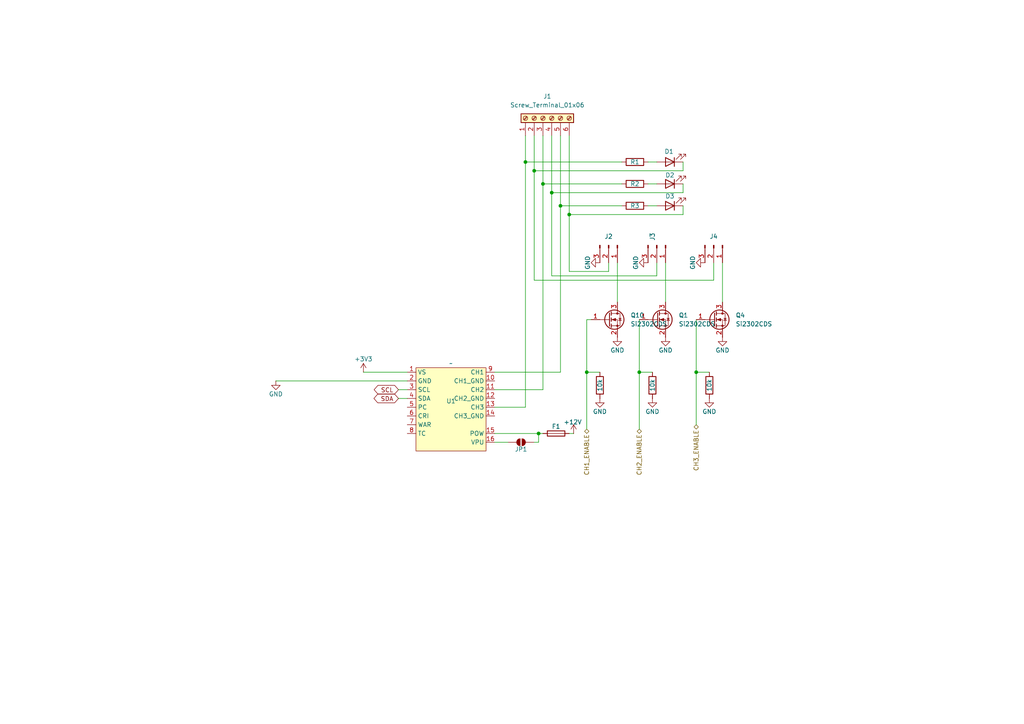
<source format=kicad_sch>
(kicad_sch (version 20250114) (generator "eeschema") (generator_version "9.0")
  (paper "A4")
  (lib_symbols
    (symbol "Connector:Conn_01x03_Pin" (pin_names (offset 1.016) (hide yes))
      (property "Reference" "J" (at 0 5.08 0))
      (property "Value" "Conn_01x03_Pin" (at 0 -5.08 0))
      (symbol "Conn_01x03_Pin_1_1"
        (rectangle (start 0.8636 2.667) (end 0 2.413) (stroke (width 0.1524)) (fill (type outline)))
        (rectangle (start 0.8636 0.127) (end 0 -0.127) (stroke (width 0.1524)) (fill (type outline)))
        (rectangle (start 0.8636 -2.413) (end 0 -2.667) (stroke (width 0.1524)) (fill (type outline)))
        (polyline (pts (xy 1.27 2.54) (xy 0.8636 2.54)) (stroke (width 0.1524)))
        (polyline (pts (xy 1.27 0) (xy 0.8636 0)) (stroke (width 0.1524)))
        (polyline (pts (xy 1.27 -2.54) (xy 0.8636 -2.54)) (stroke (width 0.1524)))
        (pin passive line (at 5.08 2.54 180) (length 3.81) (name "Pin_1") (number "1"))
        (pin passive line (at 5.08 0 180) (length 3.81) (name "Pin_2") (number "2"))
        (pin passive line (at 5.08 -2.54 180) (length 3.81) (name "Pin_3") (number "3"))
      )
    )
    (symbol "Connector:Screw_Terminal_01x06" (pin_names (offset 1.016) (hide yes))
      (property "Reference" "J" (at 0 7.62 0))
      (property "Value" "Screw_Terminal_01x06" (at 0 -10.16 0))
      (symbol "Screw_Terminal_01x06_1_1"
        (rectangle (start -1.27 6.35) (end 1.27 -8.89) (stroke (width 0.254)) (fill (type background)))
        (polyline (pts (xy -0.5334 5.4102) (xy 0.3302 4.572)) (stroke (width 0.1524)))
        (polyline (pts (xy -0.5334 2.8702) (xy 0.3302 2.032)) (stroke (width 0.1524)))
        (polyline (pts (xy -0.5334 0.3302) (xy 0.3302 -0.508)) (stroke (width 0.1524)))
        (polyline (pts (xy -0.5334 -2.2098) (xy 0.3302 -3.048)) (stroke (width 0.1524)))
        (polyline (pts (xy -0.5334 -4.7498) (xy 0.3302 -5.588)) (stroke (width 0.1524)))
        (polyline (pts (xy -0.5334 -7.2898) (xy 0.3302 -8.128)) (stroke (width 0.1524)))
        (polyline (pts (xy -0.3556 5.588) (xy 0.508 4.7498)) (stroke (width 0.1524)))
        (polyline (pts (xy -0.3556 3.048) (xy 0.508 2.2098)) (stroke (width 0.1524)))
        (polyline (pts (xy -0.3556 0.508) (xy 0.508 -0.3302)) (stroke (width 0.1524)))
        (polyline (pts (xy -0.3556 -2.032) (xy 0.508 -2.8702)) (stroke (width 0.1524)))
        (polyline (pts (xy -0.3556 -4.572) (xy 0.508 -5.4102)) (stroke (width 0.1524)))
        (polyline (pts (xy -0.3556 -7.112) (xy 0.508 -7.9502)) (stroke (width 0.1524)))
        (circle (center 0 5.08) (radius 0.635) (stroke (width 0.1524)))
        (circle (center 0 2.54) (radius 0.635) (stroke (width 0.1524)))
        (circle (center 0 0) (radius 0.635) (stroke (width 0.1524)))
        (circle (center 0 -2.54) (radius 0.635) (stroke (width 0.1524)))
        (circle (center 0 -5.08) (radius 0.635) (stroke (width 0.1524)))
        (circle (center 0 -7.62) (radius 0.635) (stroke (width 0.1524)))
        (pin passive line (at -5.08 5.08 0) (length 3.81) (name "Pin_1") (number "1"))
        (pin passive line (at -5.08 2.54 0) (length 3.81) (name "Pin_2") (number "2"))
        (pin passive line (at -5.08 0 0) (length 3.81) (name "Pin_3") (number "3"))
        (pin passive line (at -5.08 -2.54 0) (length 3.81) (name "Pin_4") (number "4"))
        (pin passive line (at -5.08 -5.08 0) (length 3.81) (name "Pin_5") (number "5"))
        (pin passive line (at -5.08 -7.62 0) (length 3.81) (name "Pin_6") (number "6"))
      )
    )
    (symbol "Device:Fuse" (pin_numbers (hide yes)) (pin_names (offset 0))
      (property "Reference" "F" (at 2.032 0 90))
      (property "Value" "Fuse" (at -1.905 0 90))
      (symbol "Fuse_0_1"
        (rectangle (start -0.762 -2.54) (end 0.762 2.54) (stroke (width 0.254)))
        (polyline (pts (xy 0 2.54) (xy 0 -2.54)))
      )
      (symbol "Fuse_1_1"
        (pin passive line (at 0 3.81 270) (length 1.27) (name "~") (number "1"))
        (pin passive line (at 0 -3.81 90) (length 1.27) (name "~") (number "2"))
      )
    )
    (symbol "Device:LED" (pin_numbers (hide yes)) (pin_names (offset 1.016) (hide yes))
      (property "Reference" "D" (at 0 2.54 0))
      (property "Value" "LED" (at 0 -2.54 0))
      (symbol "LED_0_1"
        (polyline (pts (xy -3.048 -0.762) (xy -4.572 -2.286) (xy -3.81 -2.286) (xy -4.572 -2.286) (xy -4.572 -1.524)))
        (polyline (pts (xy -1.778 -0.762) (xy -3.302 -2.286) (xy -2.54 -2.286) (xy -3.302 -2.286) (xy -3.302 -1.524)))
        (polyline (pts (xy -1.27 0) (xy 1.27 0)))
        (polyline (pts (xy -1.27 -1.27) (xy -1.27 1.27)) (stroke (width 0.254)))
        (polyline (pts (xy 1.27 -1.27) (xy 1.27 1.27) (xy -1.27 0) (xy 1.27 -1.27)) (stroke (width 0.254)))
      )
      (symbol "LED_1_1"
        (pin passive line (at -3.81 0 0) (length 2.54) (name "K") (number "1"))
        (pin passive line (at 3.81 0 180) (length 2.54) (name "A") (number "2"))
      )
    )
    (symbol "Device:R" (pin_numbers (hide yes)) (pin_names (offset 0))
      (property "Reference" "R" (at 2.032 0 90))
      (property "Value" "R" (at 0 0 90))
      (symbol "R_0_1"
        (rectangle (start -1.016 -2.54) (end 1.016 2.54) (stroke (width 0.254)))
      )
      (symbol "R_1_1"
        (pin passive line (at 0 3.81 270) (length 1.27) (name "~") (number "1"))
        (pin passive line (at 0 -3.81 90) (length 1.27) (name "~") (number "2"))
      )
    )
    (symbol "Jumper:SolderJumper_2_Open" (pin_numbers (hide yes)) (pin_names (offset 0) (hide yes)) (in_bom no)
      (property "Reference" "JP" (at 0 2.032 0))
      (property "Value" "SolderJumper_2_Open" (at 0 -2.54 0))
      (symbol "SolderJumper_2_Open_0_1"
        (polyline (pts (xy -0.254 1.016) (xy -0.254 -1.016)))
        (arc (start -0.254 -1.016) (mid -1.2656 0) (end -0.254 1.016))
        (arc (start -0.254 -1.016) (mid -1.2656 0) (end -0.254 1.016) (fill (type outline)))
        (arc (start 0.254 1.016) (mid 1.2656 0) (end 0.254 -1.016))
        (arc (start 0.254 1.016) (mid 1.2656 0) (end 0.254 -1.016) (fill (type outline)))
        (polyline (pts (xy 0.254 1.016) (xy 0.254 -1.016)))
      )
      (symbol "SolderJumper_2_Open_1_1"
        (pin passive line (at -3.81 0 0) (length 2.54) (name "A") (number "1"))
        (pin passive line (at 3.81 0 180) (length 2.54) (name "B") (number "2"))
      )
    )
    (symbol "Transistor_FET:BSS138" (pin_names (offset 0) (hide yes))
      (property "Reference" "Q" (at 5.08 1.905 0))
      (property "Value" "BSS138" (at 5.08 0 0))
      (symbol "BSS138_0_1"
        (polyline (pts (xy 0.254 1.905) (xy 0.254 -1.905)) (stroke (width 0.254)))
        (polyline (pts (xy 0.254 0) (xy -2.54 0)))
        (polyline (pts (xy 0.762 2.286) (xy 0.762 1.27)) (stroke (width 0.254)))
        (polyline (pts (xy 0.762 0.508) (xy 0.762 -0.508)) (stroke (width 0.254)))
        (polyline (pts (xy 0.762 -1.27) (xy 0.762 -2.286)) (stroke (width 0.254)))
        (polyline (pts (xy 0.762 -1.778) (xy 3.302 -1.778) (xy 3.302 1.778) (xy 0.762 1.778)))
        (polyline (pts (xy 1.016 0) (xy 2.032 0.381) (xy 2.032 -0.381) (xy 1.016 0)) (fill (type outline)))
        (circle (center 1.651 0) (radius 2.794) (stroke (width 0.254)))
        (polyline (pts (xy 2.54 2.54) (xy 2.54 1.778)))
        (circle (center 2.54 1.778) (radius 0.254) (fill (type outline)))
        (circle (center 2.54 -1.778) (radius 0.254) (fill (type outline)))
        (polyline (pts (xy 2.54 -2.54) (xy 2.54 0) (xy 0.762 0)))
        (polyline (pts (xy 2.921 0.381) (xy 3.683 0.381)))
        (polyline (pts (xy 3.302 0.381) (xy 2.921 -0.254) (xy 3.683 -0.254) (xy 3.302 0.381)))
      )
      (symbol "BSS138_1_1"
        (pin input line (at -5.08 0 0) (length 2.54) (name "G") (number "1"))
        (pin passive line (at 2.54 5.08 270) (length 2.54) (name "D") (number "3"))
        (pin passive line (at 2.54 -5.08 90) (length 2.54) (name "S") (number "2"))
      )
    )
    (symbol "custom_symbols:INA3221_Module"
      (property "Reference" "U1" (at 0 -4.064 0))
      (symbol "INA3221_Module_1_1"
        (rectangle (start -10.16 15.24) (end 10.16 -8.89) (fill (type background)))
        (pin input line (at -12.7 13.97 0) (length 2.54) (name "VS") (number "1"))
        (pin input line (at -12.7 11.43 0) (length 2.54) (name "GND") (number "2"))
        (pin bidirectional line (at -12.7 8.89 0) (length 2.54) (name "SCL") (number "3"))
        (pin bidirectional line (at -12.7 6.35 0) (length 2.54) (name "SDA") (number "4"))
        (pin output line (at -12.7 3.81 0) (length 2.54) (name "PC") (number "5"))
        (pin output line (at -12.7 1.27 0) (length 2.54) (name "CRI") (number "6"))
        (pin output line (at -12.7 -1.27 0) (length 2.54) (name "WAR") (number "7"))
        (pin output line (at -12.7 -3.81 0) (length 2.54) (name "TC") (number "8"))
        (pin output line (at 12.7 13.97 180) (length 2.54) (name "CH1") (number "9"))
        (pin output line (at 12.7 11.43 180) (length 2.54) (name "CH1_GND") (number "10"))
        (pin output line (at 12.7 8.89 180) (length 2.54) (name "CH2") (number "11"))
        (pin output line (at 12.7 6.35 180) (length 2.54) (name "CH2_GND") (number "12"))
        (pin output line (at 12.7 3.81 180) (length 2.54) (name "CH3") (number "13"))
        (pin output line (at 12.7 1.27 180) (length 2.54) (name "CH3_GND") (number "14"))
        (pin input line (at 12.7 -3.81 180) (length 2.54) (name "POW") (number "15"))
        (pin input line (at 12.7 -6.35 180) (length 2.54) (name "VPU") (number "16"))
      )
    )
    (symbol "power:+12V" (power) (pin_numbers (hide yes)) (pin_names (offset 0) (hide yes))
      (property "Value" "+12V" (at 0 3.556 0))
      (symbol "+12V_0_1"
        (polyline (pts (xy -0.762 1.27) (xy 0 2.54)))
        (polyline (pts (xy 0 2.54) (xy 0.762 1.27)))
        (polyline (pts (xy 0 0) (xy 0 2.54)))
      )
      (symbol "+12V_1_1"
        (pin power_in line (at 0 0 90) (length 0) (name "~") (number "1"))
      )
    )
    (symbol "power:+3V3" (power) (pin_numbers (hide yes)) (pin_names (offset 0) (hide yes))
      (property "Value" "+3V3" (at 0 3.556 0))
      (symbol "+3V3_0_1"
        (polyline (pts (xy -0.762 1.27) (xy 0 2.54)))
        (polyline (pts (xy 0 2.54) (xy 0.762 1.27)))
        (polyline (pts (xy 0 0) (xy 0 2.54)))
      )
      (symbol "+3V3_1_1"
        (pin power_in line (at 0 0 90) (length 0) (name "~") (number "1"))
      )
    )
    (symbol "power:GND" (power) (pin_numbers (hide yes)) (pin_names (offset 0) (hide yes))
      (property "Value" "GND" (at 0 -3.81 0))
      (symbol "GND_0_1"
        (polyline (pts (xy 0 0) (xy 0 -1.27) (xy 1.27 -1.27) (xy 0 -2.54) (xy -1.27 -1.27) (xy 0 -1.27)))
      )
      (symbol "GND_1_1"
        (pin power_in line (at 0 0 270) (length 0) (name "~") (number "1"))
      )
    )
  )
  (junction (at 170.18 107.95))
  (junction (at 154.94 49.53))
  (junction (at 152.4 46.99))
  (junction (at 185.42 107.95))
  (junction (at 201.93 107.95))
  (junction (at 156.21 125.73))
  (junction (at 157.48 53.34))
  (junction (at 162.56 59.69))
  (junction (at 160.02 55.88))
  (junction (at 165.1 62.23))
  (wire (pts (xy 190.5 76.2) (xy 190.5 80.01)))
  (wire (pts (xy 187.96 53.34) (xy 190.5 53.34)))
  (wire (pts (xy 190.5 80.01) (xy 160.02 80.01)))
  (wire (pts (xy 143.51 125.73) (xy 156.21 125.73)))
  (wire (pts (xy 115.57 113.03) (xy 118.11 113.03)))
  (wire (pts (xy 143.51 107.95) (xy 162.56 107.95)))
  (wire (pts (xy 185.42 92.71) (xy 185.42 107.95)))
  (wire (pts (xy 170.18 107.95) (xy 170.18 92.71)))
  (wire (pts (xy 193.04 76.2) (xy 193.04 87.63)))
  (wire (pts (xy 166.37 125.73) (xy 165.1 125.73)))
  (wire (pts (xy 170.18 92.71) (xy 171.45 92.71)))
  (wire (pts (xy 154.94 39.37) (xy 154.94 49.53)))
  (wire (pts (xy 201.93 92.71) (xy 201.93 107.95)))
  (wire (pts (xy 152.4 46.99) (xy 180.34 46.99)))
  (wire (pts (xy 201.93 107.95) (xy 205.74 107.95)))
  (wire (pts (xy 187.96 59.69) (xy 190.5 59.69)))
  (wire (pts (xy 198.12 46.99) (xy 198.12 49.53)))
  (wire (pts (xy 185.42 107.95) (xy 185.42 124.46)))
  (wire (pts (xy 162.56 59.69) (xy 162.56 107.95)))
  (wire (pts (xy 165.1 62.23) (xy 165.1 78.74)))
  (wire (pts (xy 156.21 125.73) (xy 157.48 125.73)))
  (wire (pts (xy 105.41 107.95) (xy 118.11 107.95)))
  (wire (pts (xy 143.51 113.03) (xy 157.48 113.03)))
  (wire (pts (xy 154.94 49.53) (xy 198.12 49.53)))
  (wire (pts (xy 185.42 107.95) (xy 189.23 107.95)))
  (wire (pts (xy 152.4 118.11) (xy 143.51 118.11)))
  (wire (pts (xy 179.07 76.2) (xy 179.07 87.63)))
  (wire (pts (xy 160.02 55.88) (xy 160.02 39.37)))
  (wire (pts (xy 170.18 124.46) (xy 170.18 107.95)))
  (wire (pts (xy 152.4 46.99) (xy 152.4 118.11)))
  (wire (pts (xy 187.96 46.99) (xy 190.5 46.99)))
  (wire (pts (xy 162.56 39.37) (xy 162.56 59.69)))
  (wire (pts (xy 162.56 59.69) (xy 180.34 59.69)))
  (wire (pts (xy 207.01 81.28) (xy 154.94 81.28)))
  (wire (pts (xy 201.93 107.95) (xy 201.93 123.19)))
  (wire (pts (xy 157.48 53.34) (xy 180.34 53.34)))
  (wire (pts (xy 198.12 62.23) (xy 165.1 62.23)))
  (wire (pts (xy 198.12 55.88) (xy 160.02 55.88)))
  (wire (pts (xy 157.48 39.37) (xy 157.48 53.34)))
  (wire (pts (xy 154.94 49.53) (xy 154.94 81.28)))
  (wire (pts (xy 160.02 80.01) (xy 160.02 55.88)))
  (wire (pts (xy 198.12 53.34) (xy 198.12 55.88)))
  (wire (pts (xy 143.51 128.27) (xy 147.32 128.27)))
  (wire (pts (xy 176.53 78.74) (xy 165.1 78.74)))
  (wire (pts (xy 170.18 107.95) (xy 173.99 107.95)))
  (wire (pts (xy 176.53 76.2) (xy 176.53 78.74)))
  (wire (pts (xy 115.57 115.57) (xy 118.11 115.57)))
  (wire (pts (xy 157.48 53.34) (xy 157.48 113.03)))
  (wire (pts (xy 207.01 76.2) (xy 207.01 81.28)))
  (wire (pts (xy 154.94 128.27) (xy 156.21 128.27)))
  (wire (pts (xy 165.1 39.37) (xy 165.1 62.23)))
  (wire (pts (xy 152.4 39.37) (xy 152.4 46.99)))
  (wire (pts (xy 198.12 59.69) (xy 198.12 62.23)))
  (wire (pts (xy 156.21 128.27) (xy 156.21 125.73)))
  (wire (pts (xy 209.55 76.2) (xy 209.55 87.63)))
  (wire (pts (xy 80.01 110.49) (xy 118.11 110.49)))
  (global_label "SCL" (shape bidirectional) (at 115.57 113.03 180) (property "Intersheetrefs" "${INTERSHEET_REFS}" (effects (hide yes))))
  (global_label "SDA" (shape bidirectional) (at 115.57 115.57 180) (property "Intersheetrefs" "${INTERSHEET_REFS}" (effects (hide yes))))
  (hierarchical_label "CH3_ENABLE" (shape bidirectional) (at 201.93 123.19 270))
  (hierarchical_label "CH2_ENABLE" (shape bidirectional) (at 185.42 124.46 270))
  (hierarchical_label "CH1_ENABLE" (shape bidirectional) (at 170.18 124.46 270))
  (symbol (lib_id "power:GND") (at 173.99 76.2 270) (unit 1)
    (property "Reference" "#PWR08" (effects (hide yes)))
    (property "Value" "GND" (at 170.434 76.2 0))
    (property "Description" "Power symbol creates a global label with name \"GND\" , ground" (effects (hide yes)))
    (instances (project "PowerMon" (path "" (reference "#PWR08") (unit 1)) (path "" (reference "#PWR022") (unit 1)) (path "" (reference "#PWR013") (unit 1))))
  )
  (symbol (lib_id "power:GND") (at 179.07 97.79 0) (unit 1)
    (property "Reference" "#PWR04" (effects (hide yes)))
    (property "Value" "GND" (at 179.07 101.6 0))
    (property "Description" "Power symbol creates a global label with name \"GND\" , ground" (effects (hide yes)))
    (instances (project "PowerMon" (path "" (reference "#PWR04") (unit 1)) (path "" (reference "#PWR023") (unit 1)) (path "" (reference "#PWR014") (unit 1))))
  )
  (symbol (lib_id "custom_symbols:INA3221_Module") (at 130.81 121.92 0) (unit 1)
    (property "Reference" "U1" (at 130.81 116.332 0))
    (property "Value" "~" (at 130.81 105.41 0))
    (property "Footprint" "custom_footprints:INA3221_Module" (effects (hide yes)))
    (instances (project "PowerMon" (path "" (reference "U1") (unit 1)) (path "" (reference "U3") (unit 1)) (path "" (reference "U2") (unit 1))))
  )
  (symbol (lib_id "power:GND") (at 187.96 76.2 270) (unit 1)
    (property "Reference" "#PWR09" (effects (hide yes)))
    (property "Value" "GND" (at 184.404 76.2 0))
    (property "Description" "Power symbol creates a global label with name \"GND\" , ground" (effects (hide yes)))
    (instances (project "PowerMon" (path "" (reference "#PWR09") (unit 1)) (path "" (reference "#PWR024") (unit 1)) (path "" (reference "#PWR015") (unit 1))))
  )
  (symbol (lib_id "Device:R") (at 184.15 59.69 90) (unit 1)
    (property "Reference" "R3" (at 184.15 59.69 90))
    (property "Value" "R" (effects (hide yes)))
    (property "Footprint" "Resistor_SMD:R_0805_2012Metric_Pad1.20x1.40mm_HandSolder" (effects (hide yes)))
    (property "Description" "Resistor" (effects (hide yes)))
    (instances (project "PowerMon" (path "" (reference "R3") (unit 1)) (path "" (reference "R9") (unit 1)) (path "" (reference "R6") (unit 1))))
  )
  (symbol (lib_id "power:+12V") (at 166.37 125.73 0) (unit 1)
    (property "Reference" "#PWR0101" (effects (hide yes)))
    (property "Value" "+12V" (at 166.116 122.428 0))
    (property "Description" "Power symbol creates a global label with name \"+12V\"" (effects (hide yes)))
    (instances (project "PowerMon" (path "" (reference "#PWR0101") (unit 1)) (path "" (reference "#PWR0103") (unit 1)) (path "" (reference "#PWR0102") (unit 1))))
  )
  (symbol (lib_id "power:GND") (at 209.55 97.79 0) (unit 1)
    (property "Reference" "#PWR06" (effects (hide yes)))
    (property "Value" "GND" (at 209.55 101.6 0))
    (property "Description" "Power symbol creates a global label with name \"GND\" , ground" (effects (hide yes)))
    (instances (project "PowerMon" (path "" (reference "#PWR06") (unit 1)) (path "" (reference "#PWR027") (unit 1)) (path "" (reference "#PWR018") (unit 1))))
  )
  (symbol (lib_id "Device:R") (at 173.99 111.76 180) (unit 1)
    (property "Reference" "R13" (effects (hide yes)))
    (property "Value" "10k" (at 173.99 111.76 90))
    (property "Footprint" "Resistor_SMD:R_0805_2012Metric_Pad1.20x1.40mm_HandSolder" (effects (hide yes)))
    (property "Description" "Resistor" (effects (hide yes)))
    (instances (project "PowerMon" (path "" (reference "R13") (unit 1)) (path "" (reference "R15") (unit 1)) (path "" (reference "R14") (unit 1))))
  )
  (symbol (lib_id "Device:LED") (at 194.31 59.69 180) (unit 1)
    (property "Reference" "D3" (at 194.31 56.896 0))
    (property "Value" "LED" (effects (hide yes)))
    (property "Footprint" "LED_THT:LED_D3.0mm" (effects (hide yes)))
    (property "Description" "Light emitting diode" (effects (hide yes)))
    (property "Sim.Pins" "1=K 2=A" (effects (hide yes)))
    (instances (project "PowerMon" (path "" (reference "D3") (unit 1)) (path "" (reference "D9") (unit 1)) (path "" (reference "D6") (unit 1))))
  )
  (symbol (lib_id "Transistor_FET:BSS138") (at 176.53 92.71 0) (unit 1)
    (property "Reference" "Q10" (at 182.88 91.4399 0) (effects (justify left)))
    (property "Value" "Si2302CDS" (at 182.88 93.9799 0) (effects (justify left)))
    (property "Footprint" "Package_TO_SOT_SMD:SOT-23" (effects (hide yes)))
    (property "Datasheet" "https://www.onsemi.com/pub/Collateral/BSS138-D.PDF" (effects (hide yes)))
    (property "Description" "50V Vds, 0.22A Id, N-Channel MOSFET, SOT-23" (effects (hide yes)))
    (instances (project "" (path "" (reference "Q10") (unit 1)) (path "" (reference "Q12") (unit 1)) (path "" (reference "Q11") (unit 1))))
  )
  (symbol (lib_id "Transistor_FET:BSS138") (at 207.01 92.71 0) (unit 1)
    (property "Reference" "Q4" (at 213.36 91.4399 0) (effects (justify left)))
    (property "Value" "Si2302CDS" (at 213.36 93.9799 0) (effects (justify left)))
    (property "Footprint" "Package_TO_SOT_SMD:SOT-23" (effects (hide yes)))
    (property "Datasheet" "https://www.onsemi.com/pub/Collateral/BSS138-D.PDF" (effects (hide yes)))
    (property "Description" "50V Vds, 0.22A Id, N-Channel MOSFET, SOT-23" (effects (hide yes)))
    (instances (project "PowerMon" (path "" (reference "Q4") (unit 1)) (path "" (reference "Q6") (unit 1)) (path "" (reference "Q5") (unit 1))))
  )
  (symbol (lib_id "power:GND") (at 173.99 115.57 0) (unit 1)
    (property "Reference" "#PWR044" (effects (hide yes)))
    (property "Value" "GND" (at 173.99 119.38 0))
    (property "Description" "Power symbol creates a global label with name \"GND\" , ground" (effects (hide yes)))
    (instances (project "" (path "" (reference "#PWR044") (unit 1)) (path "" (reference "#PWR046") (unit 1)) (path "" (reference "#PWR045") (unit 1))))
  )
  (symbol (lib_id "Device:Fuse") (at 161.29 125.73 90) (unit 1)
    (property "Reference" "F1" (at 161.29 123.698 90))
    (property "Value" "Fuse" (effects (hide yes)))
    (property "Footprint" "custom_footprints:Fuse Holder 15mm pin distance 5x20" (effects (hide yes)))
    (property "Description" "Fuse" (effects (hide yes)))
    (instances (project "" (path "" (reference "F1") (unit 1)) (path "" (reference "F3") (unit 1)) (path "" (reference "F2") (unit 1))))
  )
  (symbol (lib_id "power:GND") (at 189.23 115.57 0) (unit 1)
    (property "Reference" "#PWR048" (effects (hide yes)))
    (property "Value" "GND" (at 189.23 119.38 0))
    (property "Description" "Power symbol creates a global label with name \"GND\" , ground" (effects (hide yes)))
    (instances (project "PowerMon" (path "" (reference "#PWR048") (unit 1)) (path "" (reference "#PWR050") (unit 1)) (path "" (reference "#PWR049") (unit 1))))
  )
  (symbol (lib_id "Device:R") (at 184.15 46.99 90) (unit 1)
    (property "Reference" "R1" (at 184.15 46.99 90))
    (property "Value" "R" (effects (hide yes)))
    (property "Footprint" "Resistor_SMD:R_0805_2012Metric_Pad1.20x1.40mm_HandSolder" (effects (hide yes)))
    (property "Description" "Resistor" (effects (hide yes)))
    (instances (project "PowerMon" (path "" (reference "R1") (unit 1)) (path "" (reference "R7") (unit 1)) (path "" (reference "R4") (unit 1))))
  )
  (symbol (lib_id "Connector:Conn_01x03_Pin") (at 190.5 71.12 270) (unit 1)
    (property "Reference" "J3" (at 189.2299 69.85 0) (effects (justify right)))
    (property "Value" "Conn_01x03_Pin" (effects (hide yes)))
    (property "Footprint" "Connector_PinHeader_2.54mm:PinHeader_1x03_P2.54mm_Vertical" (effects (hide yes)))
    (property "Description" "Generic connector, single row, 01x03, script generated" (effects (hide yes)))
    (instances (project "PowerMon" (path "" (reference "J3") (unit 1)) (path "" (reference "J11") (unit 1)) (path "" (reference "J7") (unit 1))))
  )
  (symbol (lib_id "Device:LED") (at 194.31 53.34 180) (unit 1)
    (property "Reference" "D2" (at 194.31 50.8 0))
    (property "Value" "LED" (effects (hide yes)))
    (property "Footprint" "LED_THT:LED_D3.0mm" (effects (hide yes)))
    (property "Description" "Light emitting diode" (effects (hide yes)))
    (property "Sim.Pins" "1=K 2=A" (effects (hide yes)))
    (instances (project "PowerMon" (path "" (reference "D2") (unit 1)) (path "" (reference "D8") (unit 1)) (path "" (reference "D5") (unit 1))))
  )
  (symbol (lib_id "Transistor_FET:BSS138") (at 190.5 92.71 0) (unit 1)
    (property "Reference" "Q1" (at 196.85 91.4399 0) (effects (justify left)))
    (property "Value" "Si2302CDS" (at 196.85 93.9799 0) (effects (justify left)))
    (property "Footprint" "Package_TO_SOT_SMD:SOT-23" (effects (hide yes)))
    (property "Datasheet" "https://www.onsemi.com/pub/Collateral/BSS138-D.PDF" (effects (hide yes)))
    (property "Description" "50V Vds, 0.22A Id, N-Channel MOSFET, SOT-23" (effects (hide yes)))
    (instances (project "PowerMon" (path "" (reference "Q1") (unit 1)) (path "" (reference "Q3") (unit 1)) (path "" (reference "Q2") (unit 1))))
  )
  (symbol (lib_id "Jumper:SolderJumper_2_Open") (at 151.13 128.27 0) (unit 1) (in_bom no)
    (property "Reference" "JP1" (at 151.13 130.302 0))
    (property "Value" "SolderJumper_2_Open" (effects (hide yes)))
    (property "Footprint" "Jumper:SolderJumper-2_P1.3mm_Open_RoundedPad1.0x1.5mm" (effects (hide yes)))
    (property "Description" "Solder Jumper, 2-pole, open" (effects (hide yes)))
    (instances (project "" (path "" (reference "JP1") (unit 1)) (path "" (reference "JP3") (unit 1)) (path "" (reference "JP2") (unit 1))))
  )
  (symbol (lib_id "Connector:Conn_01x03_Pin") (at 176.53 71.12 270) (unit 1)
    (property "Reference" "J2" (at 176.53 68.58 90))
    (property "Value" "Conn_01x03_Pin" (effects (hide yes)))
    (property "Footprint" "Connector_PinHeader_2.54mm:PinHeader_1x03_P2.54mm_Vertical" (effects (hide yes)))
    (property "Description" "Generic connector, single row, 01x03, script generated" (effects (hide yes)))
    (instances (project "PowerMon" (path "" (reference "J2") (unit 1)) (path "" (reference "J10") (unit 1)) (path "" (reference "J6") (unit 1))))
  )
  (symbol (lib_id "Device:R") (at 189.23 111.76 180) (unit 1)
    (property "Reference" "R18" (effects (hide yes)))
    (property "Value" "10k" (at 189.23 111.76 90))
    (property "Footprint" "Resistor_SMD:R_0805_2012Metric_Pad1.20x1.40mm_HandSolder" (effects (hide yes)))
    (property "Description" "Resistor" (effects (hide yes)))
    (instances (project "PowerMon" (path "" (reference "R18") (unit 1)) (path "" (reference "R21") (unit 1)) (path "" (reference "R19") (unit 1))))
  )
  (symbol (lib_id "power:+3V3") (at 105.41 107.95 0) (unit 1)
    (property "Reference" "#PWR01" (effects (hide yes)))
    (property "Value" "+3V3" (at 105.41 104.14 0))
    (property "Description" "Power symbol creates a global label with name \"+3V3\"" (effects (hide yes)))
    (instances (project "PowerMon" (path "" (reference "#PWR01") (unit 1)) (path "" (reference "#PWR019") (unit 1)) (path "" (reference "#PWR03") (unit 1))))
  )
  (symbol (lib_id "power:GND") (at 205.74 115.57 0) (unit 1)
    (property "Reference" "#PWR052" (effects (hide yes)))
    (property "Value" "GND" (at 205.74 119.38 0))
    (property "Description" "Power symbol creates a global label with name \"GND\" , ground" (effects (hide yes)))
    (instances (project "PowerMon" (path "" (reference "#PWR052") (unit 1)) (path "" (reference "#PWR054") (unit 1)) (path "" (reference "#PWR053") (unit 1))))
  )
  (symbol (lib_id "Connector:Conn_01x03_Pin") (at 207.01 71.12 270) (unit 1)
    (property "Reference" "J4" (at 207.01 68.58 90))
    (property "Value" "Conn_01x03_Pin" (effects (hide yes)))
    (property "Footprint" "Connector_PinHeader_2.54mm:PinHeader_1x03_P2.54mm_Vertical" (effects (hide yes)))
    (property "Description" "Generic connector, single row, 01x03, script generated" (effects (hide yes)))
    (instances (project "PowerMon" (path "" (reference "J4") (unit 1)) (path "" (reference "J12") (unit 1)) (path "" (reference "J8") (unit 1))))
  )
  (symbol (lib_id "Device:R") (at 205.74 111.76 180) (unit 1)
    (property "Reference" "R23" (effects (hide yes)))
    (property "Value" "10k" (at 205.74 111.76 90))
    (property "Footprint" "Resistor_SMD:R_0805_2012Metric_Pad1.20x1.40mm_HandSolder" (effects (hide yes)))
    (property "Description" "Resistor" (effects (hide yes)))
    (instances (project "PowerMon" (path "" (reference "R23") (unit 1)) (path "" (reference "R25") (unit 1)) (path "" (reference "R24") (unit 1))))
  )
  (symbol (lib_id "Connector:Screw_Terminal_01x06") (at 157.48 34.29 90) (unit 1)
    (property "Reference" "J1" (at 158.75 27.94 90))
    (property "Value" "Screw_Terminal_01x06" (at 158.75 30.48 90))
    (property "Footprint" "TerminalBlock_Phoenix:TerminalBlock_Phoenix_MKDS-3-6-5.08_1x06_P5.08mm_Horizontal" (effects (hide yes)))
    (property "Description" "Generic screw terminal, single row, 01x06, script generated (kicad-library-utils/schlib/autogen/connector/)" (effects (hide yes)))
    (instances (project "PowerMon" (path "" (reference "J1") (unit 1)) (path "" (reference "J9") (unit 1)) (path "" (reference "J5") (unit 1))))
  )
  (symbol (lib_id "Device:R") (at 184.15 53.34 90) (unit 1)
    (property "Reference" "R2" (at 184.15 53.34 90))
    (property "Value" "R" (effects (hide yes)))
    (property "Footprint" "Resistor_SMD:R_0805_2012Metric_Pad1.20x1.40mm_HandSolder" (effects (hide yes)))
    (property "Description" "Resistor" (effects (hide yes)))
    (instances (project "PowerMon" (path "" (reference "R2") (unit 1)) (path "" (reference "R8") (unit 1)) (path "" (reference "R5") (unit 1))))
  )
  (symbol (lib_id "power:GND") (at 193.04 97.79 0) (unit 1)
    (property "Reference" "#PWR05" (effects (hide yes)))
    (property "Value" "GND" (at 193.04 101.6 0))
    (property "Description" "Power symbol creates a global label with name \"GND\" , ground" (effects (hide yes)))
    (instances (project "PowerMon" (path "" (reference "#PWR05") (unit 1)) (path "" (reference "#PWR025") (unit 1)) (path "" (reference "#PWR016") (unit 1))))
  )
  (symbol (lib_id "power:GND") (at 80.01 110.49 0) (unit 1)
    (property "Reference" "#PWR02" (effects (hide yes)))
    (property "Value" "GND" (at 80.01 114.3 0))
    (property "Description" "Power symbol creates a global label with name \"GND\" , ground" (effects (hide yes)))
    (instances (project "PowerMon" (path "" (reference "#PWR02") (unit 1)) (path "" (reference "#PWR020") (unit 1)) (path "" (reference "#PWR011") (unit 1))))
  )
  (symbol (lib_id "Device:LED") (at 194.31 46.99 180) (unit 1)
    (property "Reference" "D1" (at 194.056 43.942 0))
    (property "Value" "LED" (effects (hide yes)))
    (property "Footprint" "LED_THT:LED_D3.0mm" (effects (hide yes)))
    (property "Description" "Light emitting diode" (effects (hide yes)))
    (property "Sim.Pins" "1=K 2=A" (effects (hide yes)))
    (instances (project "PowerMon" (path "" (reference "D1") (unit 1)) (path "" (reference "D7") (unit 1)) (path "" (reference "D4") (unit 1))))
  )
  (symbol (lib_id "power:GND") (at 204.47 76.2 270) (unit 1)
    (property "Reference" "#PWR010" (effects (hide yes)))
    (property "Value" "GND" (at 200.914 76.2 0))
    (property "Description" "Power symbol creates a global label with name \"GND\" , ground" (effects (hide yes)))
    (instances (project "PowerMon" (path "" (reference "#PWR010") (unit 1)) (path "" (reference "#PWR026") (unit 1)) (path "" (reference "#PWR017") (unit 1))))
  )
)
</source>
